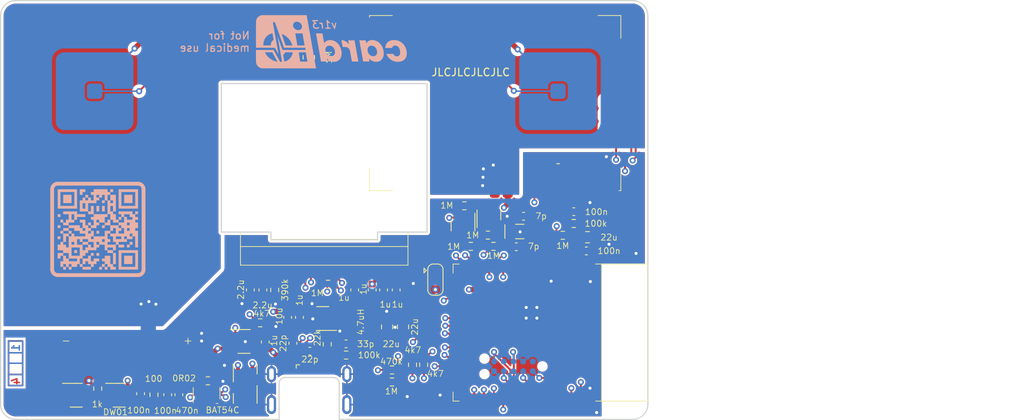
<source format=kicad_pcb>
(kicad_pcb (version 20221018) (generator pcbnew)
  (layers (0 "F.Cu" signal) (1 "In1.Cu" signal) (2 "In2.Cu" signal) (31 "B.Cu" signal) (34 "B.Paste" user) (35 "F.Paste" user) (36 "B.SilkS" user "B.Silkscreen") (37 "F.SilkS" user "F.Silkscreen") (38 "B.Mask" user) (39 "F.Mask" user) (44 "Edge.Cuts" user))
  (net 0 "")
  (net 1 "Net-(M1-ECG_L)")
  (net 2 "Net-(M1-ECG_R)")
  (net 3 "+BATT")
  (net 4 "+5V")
  (net 5 "+3V3")
  (net 6 "Net-(U3-FB)")
  (net 7 "/USB_D-")
  (net 8 "/USB_D+")
  (net 9 "Net-(J2-SWDIO{slash}TMS)")
  (net 10 "Net-(J2-SWDCLK{slash}TCK)")
  (net 11 "Net-(J2-SWO{slash}TDO)")
  (net 12 "Net-(J2-NC{slash}TDI)")
  (net 13 "GND")
  (net 14 "Net-(U1-C2P)")
  (net 15 "Net-(U1-C2N)")
  (net 16 "Net-(U1-C1P)")
  (net 17 "Net-(U1-C1N)")
  (net 19 "Net-(U3-SW)")
  (net 20 "GNDA")
  (net 21 "Net-(M1-~{CS})")
  (net 22 "Net-(M1-MOSI)")
  (net 23 "Net-(M1-SCLK)")
  (net 25 "Net-(U1-IREF)")
  (net 26 "Net-(U1-VCOMH)")
  (net 27 "Net-(U1-VCC)")
  (net 28 "Net-(M1-MISO)")
  (net 29 "Net-(M1-~{DRDY})")
  (net 30 "/ECG_EN")
  (net 31 "/~{TOUCH}")
  (net 32 "/ADC_EN")
  (net 33 "Net-(Q1-G)")
  (net 34 "/CHG_CURRENT")
  (net 35 "/~{DISPLAY_CS}")
  (net 36 "/~{DISPLAY_RES}")
  (net 37 "/DISPLAY_D{slash}~{C}")
  (net 38 "/DISPLAY_SCK")
  (net 39 "/BATT_ADC")
  (net 41 "Net-(JP1-C)")
  (net 42 "/CHG_STAT")
  (net 43 "/VBUS_DETECT")
  (net 45 "Earth")
  (net 46 "Net-(U7-REG)")
  (net 47 "/BATT_SCL")
  (net 48 "/DISPLAY_MOSI")
  (net 49 "/EN")
  (net 50 "Net-(U2-IO15)")
  (net 51 "Net-(U2-IO16)")
  (net 58 "Net-(Q1-D)")
  (net 59 "/ECG_CLK_EN")
  (net 60 "Net-(U5-VM)")
  (net 61 "Net-(U5-OD)")
  (net 62 "Net-(U5-OC)")
  (net 64 "Net-(U6-D-Pad2)")
  (net 65 "Net-(M1-RLD_OUT)")
  (net 66 "Net-(E1-Pad1)")
  (net 67 "Net-(E2-Pad1)")
  (net 68 "/BATT_SDA")
  (net 69 "/BATT_ALERT")
  (net 72 "VDD")
  (net 73 "Net-(BT1--)")
  (net 74 "Net-(U5-VCC)")
  (footprint "Resistor_SMD:R_0603_1608Metric" (layer "F.Cu") (at 114.1 87.3125 180)
    (fp_text reference "R14" hide)
    (fp_text value "4k7")
  )
  (footprint "Package_TO_SOT_SMD:SOT-23-6" (layer "F.Cu") (at 89.935 96.823125)
    (fp_text reference "U6" hide)
    (fp_text value "~" hide)
  )
  (footprint "Capacitor_SMD:C_0805_2012Metric" (layer "F.Cu") (at 157.075 76.075)
    (fp_text reference "C7" hide)
    (fp_text value "22u")
  )
  (footprint "Resistor_SMD:R_0603_1608Metric" (layer "F.Cu") (at 100.14 96.7575 -90)
    (fp_text reference "R6" hide)
    (fp_text value "100")
  )
  (footprint "Capacitor_SMD:C_0603_1608Metric" (layer "F.Cu") (at 103.41 96.76 -90)
    (fp_text reference "C22" hide)
    (fp_text value "470n")
  )
  (footprint "Resistor_SMD:R_0603_1608Metric" (layer "F.Cu") (at 155.275 74.275 180)
    (fp_text reference "R2" hide)
    (fp_text value "100k")
  )
  (footprint "Package_TO_SOT_SMD:SOT-23-5" (layer "F.Cu") (at 122.3125 86.75 180)
    (fp_text reference "U3" hide)
    (fp_text value "TLV62568PDRLT" hide)
  )
  (footprint "Resistor_SMD:R_0603_1608Metric" (layer "F.Cu") (at 122.895 90.1325 -90)
    (fp_text reference "R8" hide)
    (fp_text value "22k")
  )
  (footprint "Resistor_SMD:R_0603_1608Metric" (layer "F.Cu") (at 125.37 91.555)
    (fp_text reference "R7" hide)
    (fp_text value "100k")
  )
  (footprint "Capacitor_SMD:C_0603_1608Metric" (layer "F.Cu") (at 98.385 96.623125 90)
    (fp_text reference "C14" hide)
    (fp_text value "100n")
  )
  (footprint "Capacitor_SMD:C_0603_1608Metric" (layer "F.Cu") (at 101.95 96.76 -90)
    (fp_text reference "C21" hide)
    (fp_text value "100n")
  )
  (footprint "Resistor_SMD:R_0603_1608Metric" (layer "F.Cu") (at 135.56 92.825 -90)
    (fp_text reference "R19" hide)
    (fp_text value "4k7")
  )
  (footprint "Capacitor_SMD:C_0603_1608Metric" (layer "F.Cu") (at 156.925 77.875)
    (fp_text reference "C8" hide)
    (fp_text value "100n")
  )
  (footprint "Capacitor_SMD:C_0603_1608Metric" (layer "F.Cu") (at 130.3 83 -90)
    (fp_text reference "C2" hide)
    (fp_text value "1u")
  )
  (footprint "Capacitor_SMD:C_0603_1608Metric" (layer "F.Cu") (at 125.37 90.08 180)
    (fp_text reference "C17" hide)
    (fp_text value "33p")
  )
  (footprint "Resistor_SMD:R_0603_1608Metric" (layer "F.Cu") (at 144.725 77.275)
    (fp_text reference "R11" hide)
    (fp_text value "1M")
  )
  (footprint "main_board_parts:ESP32-S2-SOLO" (layer "F.Cu") (at 139.425 79.6 -90)
    (fp_text reference "U2" hide)
    (fp_text value "ESP32-S2-SOLO" hide)
  )
  (footprint "Resistor_SMD:R_0603_1608Metric" (layer "F.Cu") (at 120.25 52.45 -90)
    (fp_text reference "R17" hide)
    (fp_text value "1M")
  )
  (footprint "main_board_parts:SSD1306" (layer "F.Cu") (at 122.5 79.35)
    (fp_text reference "U1" hide)
    (fp_text value "SSD1306" hide)
  )
  (footprint "Capacitor_SMD:C_0603_1608Metric" (layer "F.Cu") (at 118.385 89.9945 90)
    (fp_text reference "C10" hide)
    (fp_text value "22p")
  )
  (footprint "Capacitor_SMD:C_0603_1608Metric" (layer "F.Cu") (at 147.725 77.325 180)
    (fp_text reference "C13" hide)
    (fp_text value "7p")
  )
  (footprint "Capacitor_SMD:C_0603_1608Metric" (layer "F.Cu") (at 119.25 86.6 -90)
    (fp_text reference "C15" hide)
    (fp_text value "1u")
  )
  (footprint "Capacitor_SMD:C_0603_1608Metric" (layer "F.Cu") (at 117.7 86.6 -90)
    (fp_text reference "C16" hide)
    (fp_text value "10u")
  )
  (footprint "Capacitor_SMD:C_0603_1608Metric" (layer "F.Cu") (at 131.95 83 -90)
    (fp_text reference "C1" hide)
    (fp_text value "1u")
  )
  (footprint "Resistor_SMD:R_0603_1608Metric" (layer "F.Cu") (at 131.4 93.5)
    (fp_text reference "R5" hide)
    (fp_text value "470k")
  )
  (footprint "main_board_parts:MAX17055" (layer "F.Cu") (at 107.05282 96.806875 90)
    (fp_text reference "U7" hide)
    (fp_text value "MAX17055" hide)
  )
  (footprint "Jumper:SolderJumper-3_P1.3mm_Bridged12_RoundedPad1.0x1.5mm" (layer "F.Cu") (at 137.1 81.65 -90)
    (fp_text reference "JP1" hide)
    (fp_text value "SolderJumper_3_Bridged12" hide)
  )
  (footprint "Capacitor_SMD:C_0603_1608Metric" (layer "F.Cu") (at 128.8 83 90)
    (fp_text reference "C3" hide)
    (fp_text value "1u")
  )
  (footprint "Capacitor_SMD:C_0603_1608Metric" (layer "F.Cu") (at 155.275 72.725)
    (fp_text reference "C9" hide)
    (fp_text value "100n")
  )
  (footprint "main_board_parts:Battery_transplant" (layer "F.Cu") (at 96.8 47.2 180)
    (fp_text reference "BT1" hide)
    (fp_text value "Battery_Cell" hide)
  )
  (footprint "Capacitor_SMD:C_0603_1608Metric" (layer "F.Cu") (at 112.8 83 90)
    (fp_text reference "C6" hide)
    (fp_text value "2.2u")
  )
  (footprint "Package_TO_SOT_SMD:SOT-23-5" (layer "F.Cu") (at 111.975 89.7625)
    (fp_text reference "U4" hide)
    (fp_text value "MCP73832" hide)
  )
  (footprint "Capacitor_SMD:C_0603_1608Metric" (layer "F.Cu") (at 126.5 83 90)
    (fp_text reference "C4" hide)
    (fp_text value "1u")
  )
  (footprint "main_board_parts:USB_Micro-B_Molex-47642-0001" (layer "F.Cu") (at 120.525 93)
    (fp_text reference "J1" hide)
    (fp_text value "USB_B_Micro" hide)
    (fp_line (start -6.05 7) (end -3.95 7) (stroke (width 0.15)) (layer "Edge.Cuts"))
    (fp_line (start -3.95 7) (end -3.95 2.3) (stroke (width 0.15)) (layer "Edge.Cuts"))
    (fp_line (start 3.15 1.5) (end -3.15 1.5) (stroke (width 0.15)) (layer "Edge.Cuts"))
    (fp_line (start 3.95 7) (end 3.95 2.3) (stroke (width 0.15)) (layer "Edge.Cuts"))
    (fp_line (start 5.55 7) (end 3.95 7) (stroke (width 0.15)) (layer "Edge.Cuts"))
    (fp_arc (start -3.95 2.3) (mid -3.715685 1.734315) (end -3.15 1.5) (stroke (width 0.15)) (layer "Edge.Cuts"))
    (fp_arc (start 3.15 1.5) (mid 3.715685 1.734315) (end 3.95 2.3) (stroke (width 0.15)) (layer "Edge.Cuts"))
  )
  (footprint "Resistor_SMD:R_0603_1608Metric" (layer "F.Cu") (at 116 83 -90)
    (fp_text reference "R1" hide)
    (fp_text value "390k")
  )
  (footprint "Resistor_SMD:R_0603_1608Metric" (layer "F.Cu") (at 121.75 52.45 -90)
    (fp_text reference "R16" hide)
    (fp_text value "1M")
  )
  (footprint "Crystal:Crystal_SMD_MicroCrystal_CC7V-T1A-2Pin_3.2x1.5mm" (layer "F.Cu") (at 148.175 75.325)
    (fp_text reference "Y1" hide)
    (fp_text value "SC32S-7PF20PPM" hide)
  )
  (footprint "Resistor_SMD:R_0603_1608Metric" (layer "F.Cu") (at 140.9 71.95)
    (fp_text reference "R13" hide)
    (fp_text value "1M")
  )
  (footprint "Capacitor_SMD:C_0603_1608Metric" (layer "F.Cu") (at 114.45 83 90)
    (fp_text reference "C5" hide)
    (fp_text value "2.2u")
  )
  (footprint "main_board_parts:TYA40124R7M-10" (layer "F.Cu") (at 127.25 87.1 -90)
    (fp_text reference "L1" hide)
    (fp_text value "4.7uH")
  )
  (footprint "Resistor_SMD:R_0603_1608Metric" (layer "F.Cu") (at 134.1 92.83 -90)
    (fp_text reference "R20" hide)
    (fp_text value "4k7")
  )
  (footprint "Capacitor_SMD:C_0603_1608Metric" (layer "F.Cu") (at 120.61 91.0445)
    (fp_text reference "C11" hide)
    (fp_text value "22p")
  )
  (footprint "Package_TO_SOT_SMD:SOT-23" (layer "F.Cu") (at 144.125 73.15 90)
    (fp_text reference "Q2" hide)
    (fp_text value "T2N7002AK,LM" hide)
  )
  (footprint "Package_TO_SOT_SMD:SOT-23" (layer "F.Cu") (at 112.125 93.3875 90)
    (fp_text reference "Q3" hide)
    (fp_text value "NX3008PBK,215" hide)
  )
  (footprint "Capacitor_SMD:C_0603_1608Metric" (layer "F.Cu") (at 114.76 89.8375 90)
    (fp_text reference "C19" hide)
    (fp_text value "1u")
  )
  (footprint "Resistor_SMD:R_0603_1608Metric" (layer "F.Cu") (at 92.76 95.9475 90)
    (fp_text reference "R15" hide)
    (fp_text value "1k")
  )
  (footprint "Resistor_SMD:R_0603_1608Metric" (layer "F.Cu") (at 123 82.25 180)
    (fp_text reference "R4" hide)
    (fp_text value "1M")
  )
  (footprint "Capacitor_SMD:C_0805_2012Metric" (layer "F.Cu") (at 130.76 87.85 -90)
    (fp_text reference "C20" hide)
    (fp_text value "22u")
  )
  (footprint "Resistor_SMD:R_0603_1608Metric" (layer "F.Cu") (at 144 75.8)
    (fp_text reference "R9" hide)
    (fp_text value "1M")
  )
  (footprint "Resistor_SMD:R_0603_1608Metric" (layer "F.Cu") (at 141.75 77.275)
    (fp_text reference "R12" hide)
    (fp_text value "1M")
  )
  (footprint "main_board_parts:ECG-module" (layer "F.Cu") (at 128.7 69.7125)
    (fp_text reference "M1" hide)
    (fp_text value "~" hide)
  )
  (footprint "Resistor_SMD:R_0603_1608Metric" (layer "F.Cu") (at 153.825 75.825 180)
    (fp_text reference "R3" hide)
    (fp_text value "1M")
  )
  (footprint "Resistor_SMD:R_0603_1608Metric" (layer "F.Cu") (at 107.23 94.93 180)
    (fp_text reference "R18" hide)
    (fp_text value "0R02")
  )
  (footprint "Capacitor_SMD:C_0603_1608Metric" (layer "F.Cu") (at 148.675 73.325)
    (fp_text reference "C12" hide)
    (fp_text value "7p")
  )
  (footprint "Capacitor_SMD:C_0805_2012Metric" (layer "F.Cu") (at 132.85 87.85 -90)
    (fp_text reference "C18" hide)
    (fp_text value "22u")
  )
  (footprint "Package_TO_SOT_SMD:SOT-23" (layer "F.Cu") (at 140.725 74.6 -90)
    (fp_text reference "Q1" hide)
    (fp_text value "NX3008PBK,215" hide)
  )
  (footprint "Package_TO_SOT_SMD:SOT-23-6" (layer "F.Cu") (at 95.585 96.823125)
    (fp_text reference "U5" hide)
    (fp_text value "~" hide)
  )
  (footprint "Package_TO_SOT_SMD:SOT-23" (layer "F.Cu") (at 112.125 97.2375 -90)
    (fp_text reference "D1" hide)
    (fp_text value "BAT54C")
  )
  (footprint "Resistor_SMD:R_0603_1608Metric" (layer "F.Cu") (at 131.4 95.09 180)
    (fp_text reference "R10" hide)
    (fp_text value "1M")
  )
  (footprint "main_board_parts:logo" (layer "B.Cu") (at 121.52 51.38 180)
    (fp_text reference "G1" hide)
    (fp_text value "~" hide)
  )
  (footprint "main_board_parts:SplitElectrode" (layer "B.Cu") (at 153.2 56.9 180)
    (fp_text reference "E1" hide)
    (fp_text value "~")
  )
  (footprint "Connector:Tag-Connect_TC2050-IDC-NL_2x05_P1.27mm_Vertical" (layer "B.Cu") (at 147.35 93.035 180)
    (fp_text reference "J2" hide)
    (fp_text value "Conn_ARM_JTAG_SWD_10" hide)
  )
  (footprint "NetTie:NetTie-2_SMD_Pad2.0mm" (layer "B.Cu") (at 99.4 88.4 90)
    (fp_text reference "NT1" hide)
    (fp_text value "NetTie_2" hide)
  )
  (footprint "main_board_parts:SplitElectrode" (layer "B.Cu") (at 92.35 56.9)
    (fp_text reference "E2" hide)
    (fp_text value "~" hide)
  )
  (footprint "main_board_parts:website-qr" (layer "B.Cu") (at 92.775 75.05 180)
    (fp_text reference "QR1" hide)
    (fp_text value "SYM_Magnet_Large" hide)
  )
  (gr_line (start 82.9 91.25) (end 81.05 91.25) (stroke (width 0.2)) (layer "F.Cu"))
  (gr_rect (start 81.05 89.7) (end 82.9 95.55) (stroke (width 0.2)) (fill none) (layer "F.Cu"))
  (gr_line (start 82.9 94.1) (end 81.05 94.1) (stroke (width 0.2)) (layer "F.Cu"))
  (gr_line (start 82.9 92.625) (end 81.05 92.625) (stroke (width 0.2)) (layer "F.Cu"))
  (gr_line (start 82.9 92.625) (end 81.05 92.625) (stroke (width 0.2)) (layer "B.Cu"))
  (gr_line (start 82.9 94.1) (end 81.05 94.1) (stroke (width 0.2)) (layer "B.Cu"))
  (gr_rect (start 81.05 89.7) (end 82.9 95.55) (stroke (width 0.2)) (fill none) (layer "B.Cu"))
  (gr_line (start 82.9 91.25) (end 81.05 91.25) (stroke (width 0.2)) (layer "B.Cu"))
  (gr_arc locked (start 80 47) (mid 80.585786 45.585786) (end 82 45) (stroke (width 0.15)) (layer "Edge.Cuts"))
  (gr_arc locked (start 165 98) (mid 164.414214 99.414214) (end 163 100) (stroke (width 0.15)) (layer "Edge.Cuts"))
  (gr_line locked (start 129.5 75.4) (end 136 75.4) (stroke (width 0.15)) (layer "Edge.Cuts"))
  (gr_line locked (start 126.075 100) (end 163 100) (stroke (width 0.15)) (layer "Edge.Cuts"))
  (gr_line locked (start 82 45) (end 163 45) (stroke (width 0.15)) (layer "Edge.Cuts"))
  (gr_line locked (start 82 100) (end 114.475 100) (stroke (width 0.15)) (layer "Edge.Cuts"))
  (gr_line locked (start 80 98) (end 80 47) (stroke (width 0.15)) (layer "Edge.Cuts"))
  (gr_line locked (start 136 55.9) (end 136 75.4) (stroke (width 0.15)) (layer "Edge.Cuts"))
  (gr_arc locked (start 163 45) (mid 164.414214 45.585786) (end 165 47) (stroke (width 0.15)) (layer "Edge.Cuts"))
  (gr_line locked (start 115.5 75.4) (end 115.5 76.4) (stroke (width 0.15)) (layer "Edge.Cuts"))
  (gr_line locked (start 115.5 75.4) (end 109 75.4) (stroke (width 0.15)) (layer "Edge.Cuts"))
  (gr_line locked (start 109 55.9) (end 109 75.4) (stroke (width 0.15)) (layer "Edge.Cuts"))
  (gr_line locked (start 109 55.9) (end 136 55.9) (stroke (width 0.15)) (layer "Edge.Cuts"))
  (gr_line locked (start 129.5 76.4) (end 129.5 75.4) (stroke (width 0.15)) (layer "Edge.Cuts"))
  (gr_arc locked (start 82 100) (mid 80.585786 99.414214) (end 80 98) (stroke (width 0.15)) (layer "Edge.Cuts"))
  (gr_line locked (start 165 47) (end 165 98) (stroke (width 0.15)) (layer "Edge.Cuts"))
  (gr_line locked (start 115.5 76.4) (end 129.5 76.4) (stroke (width 0.15)) (layer "Edge.Cuts"))
  (gr_text "4" (at 82.6 94.35 90) (layer "F.Cu") (effects (font (size 1 1) (thickness 0.2) bold) (justify left bottom mirror)))
  (gr_text "1" (at 82.6 90 90) (layer "B.Cu") (effects (font (size 1 1) (thickness 0.2) bold) (justify left bottom mirror)))
  (gr_text "Not for\nmedical use" (at 112.82 51.79) (layer "B.SilkS") (effects (font (size 1 1)) (justify left bottom mirror)))
  (gr_text "v1r3" (at 124.33 48.76) (layer "B.SilkS") (effects (font (size 1 1) (thickness 0.15) italic) (justify left bottom mirror)))
  (gr_text "JLCJLCJLCJLC" (at 136.5 55) (layer "F.SilkS") (effects (font (size 1 1)) (justify left bottom)))
  (gr_text "DW01" (at 93.4 99.5) (layer "F.SilkS") (effects (font (size 0.8 0.8) (thickness 0.1)) (justify left bottom)))
  (segment (start 128.9 48.2125) (end 144.7125 48.2125) (width 0.7) (layer "F.Cu") (net 1))
  (segment (start 144.7125 48.2125) (end 147.9 51.4) (width 0.7) (layer "F.Cu") (net 1))
  (via (at 147.9 51.4) (size 0.8) (drill 0.4) (layers "F.Cu" "B.Cu") (net 1))
  (segment (start 147.9 51.4) (end 149.8 53.3) (width 0.25) (layer "B.Cu") (net 1))
  (segment (start 98.9875 49.9125) (end 128.9 49.9125) (width 0.7) (layer "F.Cu") (net 2))
  (segment (start 98.9875 49.9125) (end 97.6 51.3) (width 0.7) (layer "F.Cu") (net 2))
  (via (at 97.6 51.3) (size 0.8) (drill 0.4) (layers "F.Cu" "B.Cu") (net 2))
  (segment (start 97.6 51.3) (end 95.6 53.3) (width 0.25) (layer "B.Cu") (net 2))
  (segment (start 100.2 95.845) (end 101.8975 95.845) (width 0.5) (layer "F.Cu") (net 3))
  (segment (start 138.9575 73.4925) (end 139.795 73.4925) (width 0.25) (layer "F.Cu") (net 3))
  (segment (start 146.6 71.7) (end 146.6 69.1625) (width 0.7) (layer "F.Cu") (net 3))
  (segment (start 104.185 97.378006) (end 104.613369 97.806375) (width 0.2) (layer "F.Cu") (net 3))
  (segment (start 108.5 90.7) (end 110.8125 90.7) (width 0.5) (layer "F.Cu") (net 3))
  (segment (start 112.15 95.025) (end 113.075 95.95) (width 0.5) (layer "F.Cu") (net 3))
  (segment (start 101.97 95.8975) (end 102.8575 96.785) (width 0.2) (layer "F.Cu") (net 3))
  (segment (start 104.613369 97.806375) (end 105.303625 97.806375) (width 0.2) (layer "F.Cu") (net 3))
  (segment (start 102.8575 96.785) (end 103.87014 96.785) (width 0.2) (layer "F.Cu") (net 3))
  (segment (start 139.795 71.86) (end 139.795 73.4925) (width 0.25) (layer "F.Cu") (net 3))
  (segment (start 108.5 90.7) (end 107.4875 91.7125) (width 0.7) (layer "F.Cu") (net 3))
  (segment (start 104.185 97.09986) (end 104.185 97.378006) (width 0.2) (layer "F.Cu") (net 3))
  (segment (start 105.503125 97.606875) (end 105.82782 97.606875) (width 0.2) (layer "F.Cu") (net 3))
  (segment (start 146.1 72.2) (end 146.6 71.7) (width 0.7) (layer "F.Cu") (net 3))
  (segment (start 103.87014 96.785) (end 104.185 97.09986) (width 0.2) (layer "F.Cu") (net 3))
  (segment (start 138.925 73.525) (end 138.9575 73.4925) (width 0.25) (layer "F.Cu") (net 3))
  (segment (start 129.15 79.35) (end 129.15 81.875) (width 0.4) (layer "F.Cu") (net 3))
  (segment (start 129.15 81.875) (end 128.8 82.225) (width 0.4) (layer "F.Cu") (net 3))
  (segment (start 101.97 95.3675) (end 101.97 92.994432) (width 0.5) (layer "F.Cu") (net 3))
  (segment (start 112.15 91.925) (end 112.15 95.025) (width 0.5) (layer "F.Cu") (net 3))
  (segment (start 105.303625 97.806375) (end 105.503125 97.606875) (width 0.2) (layer "F.Cu") (net 3))
  (segment (start 110.9375 90.7125) (end 112.15 91.925) (width 0.5) (layer "F.Cu") (net 3))
  (via (at 146.1 72.2) (size 0.8) (drill 0.4) (layers "F.Cu" "B.Cu") (net 3))
  (via (at 138.925 73.525) (size 0.8) (drill 0.4) (layers "F.Cu" "B.Cu") (net 3))
  (via (at 108.5 90.7) (size 0.8) (drill 0.4) (layers "F.Cu" "B.Cu") (net 3))
  (via (at 128.8 82.225) (size 0.8) (drill 0.4) (layers "F.Cu" "B.Cu") (net 3))
  (segment (start 111.175 92.875) (end 111.175 94.35) (width 0.5) (layer "F.Cu") (net 4))
  (segment (start 111.175 94.35) (end 111.175 96.375) (width 0.5) (layer "F.Cu") (net 4))
  (segment (start 129.552465 93.547535) (end 129.6 93.5) (width 0.25) (layer "F.Cu") (net 4))
  (segment (start 118 91.8) (end 119.1 92.9) (width 0.7) (layer "F.Cu") (net 4))
  (segment (start 111.17 92.87) (end 111.175 92.875) (width 0.5) (layer "F.Cu") (net 4))
  (segment (start 115.8 91.2005) (end 116.3995 91.8) (width 0.7) (layer "F.Cu") (net 4))
  (segment (start 116.3995 91.8) (end 118 91.8) (width 0.7) (layer "F.Cu") (net 4))
  (segment (start 115.2995 90.7) (end 115.175 90.7) (width 0.7) (layer "F.Cu") (net 4))
  (segment (start 115.8 91.2005) (end 115.2995 90.7) (width 0.7) (layer "F.Cu") (net 4))
  (segment (start 119.1 92.9) (end 119.1 93.55) (width 0.7) (layer "F.Cu") (net 4))
  (segment (start 113.2 90.7) (end 114.85 90.7) (width 0.5) (layer "F.Cu") (net 4))
  (segment (start 129.6 93.5) (end 130.575 93.5) (width 0.25) (layer "F.Cu") (net 4))
  (via (at 115.8 91.2005) (size 0.8) (drill 0.4) (layers "F.Cu" "B.Cu") (net 4))
  (via (at 129.552465 93.547535) (size 0.8) (drill 0.4) (layers "F.Cu" "B.Cu") (net 4))
  (via (at 111.17 92.87) (size 0.8) (drill 0.4) (layers "F.Cu" "B.Cu") (net 4))
  (segment (start 156.165 80.35) (end 156.125 80.31) (width 0.7) (layer "F.Cu") (net 5))
  (segment (start 154.141016 82.95) (end 141.5 82.95) (width 0.7) (layer "F.Cu") (net 5))
  (segment (start 127.05 79.35) (end 127.05 81.775) (width 0.25) (layer "F.Cu") (net 5))
  (segment (start 151.7 94.55) (end 150.75 94.55) (width 0.25) (layer "F.Cu") (net 5))
  (segment (start 127.425 83.05) (end 127.425 84.725) (width 0.5) (layer "F.Cu") (net 5))
  (segment (start 160.2 71.25) (end 157.175 74.275) (width 0.7) (layer "F.Cu") (net 5))
  (segment (start 126.2325 91.545) (end 126.2325 90.08) (width 0.25) (layer "F.Cu") (net 5))
  (segment (start 156.165 80.926016) (end 156.165 80.35) (width 0.7) (layer "F.Cu") (net 5))
  (segment (start 127.425 84.725) (end 128.7 86) (width 0.5) (layer "F.Cu") (net 5))
  (segment (start 160.2 69.1125) (end 160.2 71.25) (width 0.7) (layer "F.Cu") (net 5))
  (segment (start 127.05 81.775) (end 126.6 82.225) (width 0.25) (layer "F.Cu") (net 5))
  (segment (start 137.1 82.95) (end 133.15 86.9) (width 0.7) (layer "F.Cu") (net 5))
  (segment (start 154.65 75.825) (end 155.875 75.825) (width 0.25) (layer "F.Cu") (net 5))
  (segment (start 154.141016 82.95) (end 154.141016 92.108984) (width 0.25) (layer "F.Cu") (net 5))
  (segment (start 154.141016 82.95) (end 156.165 80.926016) (width 0.7) (layer "F.Cu") (net 5))
  (segment (start 154.141016 92.108984) (end 151.7 94.55) (width 0.25) (layer "F.Cu") (net 5))
  (segment (start 157.175 74.275) (end 156.1 74.275) (width 0.7) (layer "F.Cu") (net 5))
  (segment (start 126.2325 90.08) (end 127.02 90.08) (width 0.25) (layer "F.Cu") (net 5))
  (segment (start 156.125 80.31) (end 156.125 74.7) (width 0.7) (layer "F.Cu") (net 5))
  (segment (start 127.02 90.08) (end 128.7 88.4) (width 0.25) (layer "F.Cu") (net 5))
  (segment (start 126.6 82.225) (end 127.425 83.05) (width 0.5) (layer "F.Cu") (net 5))
  (segment (start 132.85 86.9) (end 130.7 86.9) (width 0.7) (layer "F.Cu") (net 5))
  (via (at 150.75 94.55) (size 0.8) (drill 0.4) (layers "F.Cu" "B.Cu") (net 5))
  (via (at 141.5 82.95) (size 0.8) (drill 0.4) (layers "F.Cu" "B.Cu") (net 5))
  (via (at 137.1 82.95) (size 0.8) (drill 0.4) (layers "F.Cu" "B.Cu") (net 5))
  (segment (start 150.75 94.53) (end 149.89 93.67) (width 0.25) (layer "B.Cu") (net 5))
  (segment (start 150.75 94.55) (end 150.75 94.53) (width 0.25) (layer "B.Cu") (net 5))
  (segment (start 121.175 88.125) (end 122.2375 89.1875) (width 0.25) (layer "F.Cu") (net 6))
  (segment (start 121.175 87.7) (end 121.175 88.125) (width 0.25) (layer "F.Cu") (net 6))
  (segment (start 123.82 90.08) (end 124.5075 90.08) (width 0.25) (layer "F.Cu") (net 6))
  (segment (start 122.9275 89.1875) (end 123.82 90.08) (width 0.25) (layer "F.Cu") (net 6))
  (segment (start 122.2375 89.1875) (end 122.9275 89.1875) (width 0.25) (layer "F.Cu") (net 6))
  (segment (start 124.5 90.0875) (end 124.5 91.4525) (width 0.25) (layer "F.Cu") (net 6))
  (segment (start 119.655497 89.499003) (end 118.385 90.7695) (width 0.25) (layer "F.Cu") (net 7))
  (segment (start 141.141151 78.45) (end 142.195 79.503849) (width 0.25) (layer "F.Cu") (net 7))
  (segment (start 119.875 93.55) (end 119.875 92.525) (width 0.2) (layer "F.Cu") (net 7))
  (segment (start 141 78.45) (end 141.141151 78.45) (width 0.25) (layer "F.Cu") (net 7))
  (segment (start 119.655497 89.3255) (end 119.655497 89.499003) (width 0.25) (layer "F.Cu") (net 7))
  (segment (start 119.875 92.525) (end 118.385 91.035) (width 0.2) (layer "F.Cu") (net 7))
  (via (at 141 78.45) (size 0.8) (drill 0.4) (layers "F.Cu" "B.Cu") (net 7))
  (via (at 119.655497 89.3255) (size 0.8) (drill 0.4) (layers "F.Cu" "B.Cu") (net 7))
  (segment (start 119.835 91.0445) (end 119.835 91.915) (width 0.2) (layer "F.Cu") (net 8))
  (segment (start 120.525 92.605) (end 120.525 93.55) (width 0.2) (layer "F.Cu") (net 8))
  (segment (start 119.835 91.915) (end 120.525 92.605) (width 0.2) (layer "F.Cu") (net 8))
  (segment (start 139.8 78.5) (end 140.925 79.625) (width 0.25) (layer "F.Cu") (net 8))
  (segment (start 139.8 78.475) (end 139.8 78.5) (width 0.25) (layer "F.Cu") (net 8))
  (segment (start 120.655 89.3255) (end 119.835 90.1455) (width 0.2) (layer "F.Cu") (net 8))
  (segment (start 119.835 90.1455) (end 119.835 91.0445) (width 0.2) (layer "F.Cu") (net 8))
  (via (at 120.655 89.3255) (size 0.8) (drill 0.4) (layers "F.Cu" "B.Cu") (net 8))
  (via (at 139.8 78.475) (size 0.8) (drill 0.4) (layers "F.Cu" "B.Cu") (net 8))
  (segment (start 148.625 94.55) (end 151.05 96.975) (width 0.25) (layer "F.Cu") (net 9))
  (via (at 148.625 94.55) (size 0.8) (drill 0.4) (layers "F.Cu" "B.Cu") (net 9))
  (segment (start 148.625 94.55) (end 148.62 94.545) (width 0.25) (layer "B.Cu") (net 9))
  (segment (start 148.62 94.545) (end 148.62 93.67) (width 0.25) (layer "B.Cu") (net 9))
  (segment (start 146.08 94.575) (end 147.275 95.77) (width 0.25) (layer "F.Cu") (net 10))
  (segment (start 147.275 95.77) (end 147.275 97.35) (width 0.25) (layer "F.Cu") (net 10))
  (via (at 146.08 94.575) (size 0.8) (drill 0.4) (layers "F.Cu" "B.Cu") (net 10))
  (segment (start 146.08 94.575) (end 146.08 93.67) (width 0.25) (layer "B.Cu") (net 10))
  (segment (start 146.95 93.5) (end 146.95 94.75) (width 0.25) (layer "F.Cu") (net 11))
  (segment (start 146.95 94.75) (end 148.545 96.345) (width 0.25) (layer "F.Cu") (net 11))
  (segment (start 144.8 91.35) (end 146.95 93.5) (width 0.25) (layer "F.Cu") (net 11))
  (segment (start 148.545 96.345) (end 148.545 97.35) (width 0.25) (layer "F.Cu") (net 11))
  (segment (start 144.8 91.15) (end 144.8 91.35) (width 0.25) (layer "F.Cu") (net 11))
  (via (at 144.8 91.15) (size 0.8) (drill 0.4) (layers "F.Cu" "B.Cu") (net 11))
  (segment (start 144.8 91.15) (end 144.81 91.16) (width 0.25) (layer "B.Cu") (net 11))
  (segment (start 144.81 91.16) (end 144.81 92.4) (width 0.25) (layer "B.Cu") (net 11))
  (segment (start 147.4 94.563604) (end 149.815 96.978604) (width 0.25) (layer "F.Cu") (net 12))
  (segment (start 147.3 91.15) (end 147.4 91.25) (width 0.25) (layer "F.Cu") (net 12))
  (segment (start 147.4 91.25) (end 147.4 94.563604) (width 0.25) (layer "F.Cu") (net 12))
  (via (at 147.3 91.15) (size 0.8) (drill 0.4) (layers "F.Cu" "B.Cu") (net 12))
  (segment (start 147.3 91.15) (end 147.35 91.2) (width 0.25) (layer "B.Cu") (net 12))
  (segment (start 147.35 91.2) (end 147.35 92.4) (width 0.25) (layer "B.Cu") (net 12))
  (segment (start 121.7 84.8) (end 122.3375 85.4375) (width 0.5) (layer "F.Cu") (net 13))
  (segment (start 121.075 91.05) (end 122.525 91.05) (width 0.2) (layer "F.Cu") (net 13))
  (segment (start 122.3375 85.4375) (end 122.3375 86.202031) (width 0.5) (layer "F.Cu") (net 13))
  (segment (start 108.055 95.984055) (end 108.07782 96.006875) (width 0.2) (layer "F.Cu") (net 13))
  (segment (start 145 75.8) (end 145 74.1625) (width 0.2) (layer "F.Cu") (net 13))
  (segment (start 122.885469 86.75) (end 123.45 86.75) (width 0.5) (layer "F.Cu") (net 13))
  (segment (start 124.6 87.2) (end 124.15 86.75) (width 0.5) (layer "F.Cu") (net 13))
  (segment (start 122.3375 86.202031) (end 122.885469 86.75) (width 0.5) (layer "F.Cu") (net 13))
  (segment (start 124.15 86.75) (end 123.45 86.75) (width 0.5) (layer "F.Cu") (net 13))
  (segment (start 124.6 88.350498) (end 124.6 87.2) (width 0.5) (layer "F.Cu") (net 13))
  (segment (start 108.055 95.084055) (end 108.055 95.984055) (width 0.2) (layer "F.Cu") (net 13))
  (segment (start 124.550498 88.4) (end 124.6 88.350498) (width 0.5) (layer "F.Cu") (net 13))
  (segment (start 120.9 84.8) (end 121.7 84.8) (width 0.5) (layer "F.Cu") (net 13))
  (via (at 112.1375 89.7875) (size 0.8) (drill 0.4) (layers "F.Cu" "B.Cu") (net 13))
  (via (at 134.2 82.15) (size 0.8) (drill 0.4) (layers "F.Cu" "B.Cu") (net 13))
  (via (at 159.55 65.5) (size 0.8) (drill 0.4) (layers "F.Cu" "B.Cu") (net 13))
  (via (at 149.025 85.3) (size 0.8) (drill 0.4) (layers "F.Cu" "B.Cu") (net 13))
  (via (at 159.9 77) (size 0.8) (drill 0.4) (layers "F.Cu" "B.Cu") (net 13))
  (via (at 124.550498 88.4) (size 0.8) (drill 0.4) (layers "F.Cu" "B.Cu") (net 13))
  (via (at 121 86.7995) (size 0.8) (drill 0.4) (layers "F.Cu" "B.Cu") (net 13))
  (via (at 116.15 87.8) (size 0.8) (drill 0.4) (layers "F.Cu" "B.Cu") (net 13))
  (via (at 146.525 73.325) (size 0.8) (drill 0.4) (layers "F.Cu" "B.Cu") (net 13))
  (via (at 150.425 85.3) (size 0.8) (drill 0.4) (layers "F.Cu" "B.Cu") (net 13))
  (via (at 106.4 89.7) (size 0.8) (drill 0.4) (layers "F.Cu" "B.Cu") (net 13))
  (via (at 109.4 92.9) (size 0.8) (drill 0.4) (layers "F.Cu" "B.Cu") (net 13))
  (via (at 157.45 81.9) (size 0.8) (drill 0.4) (layers "F.Cu" "B.Cu") (net 13))
  (via (at 111.7 84.8) (size 0.8) (drill 0.4) (layers "F.Cu" "B.Cu") (net 13))
  (via (at 120.9 84.8) (size 0.8) (drill 0.4) (layers "F.Cu" "B.Cu") (net 13))
  (via (at 157.4 71.525) (size 0.8) (drill 0.4) (layers "F.Cu" "B.Cu") (net 13))
  (via (at 149.025 86.7) (size 0.8) (drill 0.4) (layers "F.Cu" "B.Cu") (net 13))
  (via (at 106.4 88.7) (size 0.8) (drill 0.4) (layers "F.Cu" "B.Cu") (net 13))
  (via (at 150.425 86.7) (size 0.8) (drill 0.4) (layers "F.Cu" "B.Cu") (net 13))
  (via (at 131.8 87.9) (size 0.8) (drill 0.4) (layers "F.Cu" "B.Cu") (net 13))
  (via (at 158.275 99.1) (size 0.8) (drill 0.4) (layers "F.Cu" "B.Cu") (net 13))
  (via (at 137.72 96.81) (size 0.8) (drill 0.4) (layers "F.Cu" "B.Cu") (net 13))
  (via (at 152.3 81.85) (size 0.8) (drill 0.4) (layers "F.Cu" "B.Cu") (net 13))
  (via (at 109.2 95) (size 0.8) (drill 0.4) (layers "F.Cu" "B.Cu") (net 13))
  (via (at 133.4 97) (size 0.8) (drill 0.4) (layers "F.Cu" "B.Cu") (net 13))
  (via (at 148.225 75.375) (size 0.8) (drill 0.4) (layers "F.Cu" "B.Cu") (net 13))
  (via (at 116.1 84.8505) (size 0.8) (drill 0.4) (layers "F.Cu" "B.Cu") (net 13))
  (via (at 130.7 85.8005) (size 0.8) (drill 0.4) (layers "F.Cu" "B.Cu") (net 13))
  (via (at 157.4 95.9) (size 0.8) (drill 0.4) (layers "F.Cu" "B.Cu") (net 13))
  (via (at 163.45 78.2) (size 0.8) (drill 0.4) (layers "F.Cu" "B.Cu") (net 13))
  (segment (start 132.427817 81.45) (end 132.75 81.772183) (width 0.25) (layer "F.Cu") (net 14))
  (segment (start 131.95 81.075) (end 132.325 81.45) (width 0.25) (layer "F.Cu") (net 14))
  (segment (start 132.325 81.45) (end 132.427817 81.45) (width 0.25) (layer "F.Cu") (net 14))
  (segment (start 132.75 82.825) (end 131.8 83.775) (width 0.25) (layer "F.Cu") (net 14))
  (segment (start 131.95 79.35) (end 131.95 81.075) (width 0.25) (layer "F.Cu") (net 14))
  (segment (start 132.75 81.772183) (end 132.75 82.825) (width 0.25) (layer "F.Cu") (net 14))
  (segment (start 131.25 79.35) (end 131.25 81.1) (width 0.25) (layer "F.Cu") (net 15))
  (segment (start 131.8 81.65) (end 131.8 82.225) (width 0.25) (layer "F.Cu") (net 15))
  (segment (start 131.25 81.1) (end 131.8 81.65) (width 0.25) (layer "F.Cu") (net 15))
  (segment (start 131.1 81.65) (end 130.55 81.1) (width 0.25) (layer "F.Cu") (net 16))
  (segment (start 130.3 83.775) (end 131.1 82.975) (width 0.25) (layer "F.Cu") (net 16))
  (segment (start 131.1 82.975) (end 131.1 81.65) (width 0.25) (layer "F.Cu") (net 16))
  (segment (start 130.55 81.1) (end 130.55 79.35) (width 0.25) (layer "F.Cu") (net 16))
  (segment (start 129.85 79.35) (end 129.85 81.925) (width 0.25) (layer "F.Cu") (net 17))
  (segment (start 129.85 81.925) (end 130.15 82.225) (width 0.25) (layer "F.Cu") (net 17))
  (via (at 99.475 84.525) (size 0.8) (drill 0.4) (layers "F.Cu" "B.Cu") (net 20))
  (via (at 100.4 84.875) (size 0.8) (drill 0.4) (layers "F.Cu" "B.Cu") (net 20))
  (via (at 98.45 84.85) (size 0.8) (drill 0.4) (layers "F.Cu" "B.Cu") (net 20))
  (via (at 143.4 67.1) (size 0.8) (drill 0.4) (layers "F.Cu" "B.Cu") (net 20))
  (via (at 143.35 68.2) (size 0.8) (drill 0.4) (layers "F.Cu" "B.Cu") (net 20))
  (via (at 143.3 69.3) (size 0.8) (drill 0.4) (layers "F.Cu" "B.Cu") (net 20))
  (via (at 144.7 66.6) (size 0.8) (drill 0.4) (layers "F.Cu" "B.Cu") (net 20))
  (segment (start 153 74.65) (end 153 75.825) (width 0.25) (layer "F.Cu") (net 21))
  (segment (start 144.735 79.627538) (end 145.887538 78.475) (width 0.2) (layer "F.Cu") (net 21))
  (segment (start 146.075 78.475) (end 145.902183 78.475) (width 0.25) (layer "F.Cu") (net 21))
  (segment (start 145.887538 78.475) (end 146.075 78.475) (width 0.2) (layer "F.Cu") (net 21))
  (segment (start 150.1 71.5) (end 150.1 69.2125) (width 0.25) (layer "F.Cu") (net 21))
  (segment (start 153.025 74.625) (end 153 74.65) (width 0.25) (layer "F.Cu") (net 21))
  (via (at 150.1 71.5) (size 0.8) (drill 0.4) (layers "F.Cu" "B.Cu") (net 21))
  (via (at 153.025 74.625) (size 0.8) (drill 0.4) (layers "F.Cu" "B.Cu") (net 21))
  (via (at 146.075 78.475) (size 0.8) (drill 0.4) (layers "F.Cu" "B.Cu") (net 21))
  (segment (start 150.575 77.225) (end 150.575 72.725) (width 0.25) (layer "F.Cu") (net 22))
  (segment (start 150.575 72.725) (end 151.675 71.625) (width 0.25) (layer "F.Cu") (net 22))
  (segment (start 151.675 71.625) (end 151.675 69.1375) (width 0.25) (layer "F.Cu") (net 22))
  (segment (start 149.815 80.35) (end 149.815 77.985) (width 0.25) (layer "F.Cu") (net 22))
  (segment (start 149.815 77.985) (end 150.575 77.225) (width 0.25) (layer "F.Cu") (net 22))
  (segment (start 151.085 73.44) (end 153.4 71.125) (width 0.25) (layer "F.Cu") (net 23))
  (segment (start 151.085 80.35) (end 151.085 73.44) (width 0.25) (layer "F.Cu") (net 23))
  (segment (start 153.4 71.125) (end 153.4 69.1125) (width 0.25) (layer "F.Cu") (net 23))
  (segment (start 115.15 81.325) (end 116 82.175) (width 0.25) (layer "F.Cu") (net 25))
  (segment (start 115.15 79.35) (end 115.15 81.325) (width 0.25) (layer "F.Cu") (net 25))
  (segment (start 114.45 79.35) (end 114.45 82.225) (width 0.25) (layer "F.Cu") (net 26))
  (segment (start 113.75 81.275) (end 112.8 82.225) (width 0.25) (layer "F.Cu") (net 27))
  (segment (start 113.75 79.35) (end 113.75 81.275) (width 0.25) (layer "F.Cu") (net 27))
  (segment (start 152.355 77.705) (end 151.775 77.125) (width 0.25) (layer "F.Cu") (net 28))
  (segment (start 151.775 77.125) (end 151.775 73.560787) (width 0.25) (layer "F.Cu") (net 28))
  (segment (start 151.775 73.560787) (end 155.1 70.235787) (width 0.25) (layer "F.Cu") (net 28))
  (segment (start 152.355 80.35) (end 152.355 77.705) (width 0.25) (layer "F.Cu") (net 28))
  (segment (start 155.6 71.5) (end 154.472183 71.5) (width 0.25) (layer "F.Cu") (net 29))
  (segment (start 155.6 71.5) (end 156.8 70.3) (width 0.25) (layer "F.Cu") (net 29))
  (segment (start 152.275 76.717462) (end 153.625 78.067462) (width 0.25) (layer "F.Cu") (net 29))
  (segment (start 152.275 73.697183) (end 152.275 76.717462) (width 0.25) (layer "F.Cu") (net 29))
  (segment (start 153.625 80.35) (end 153.625 78.067462) (width 0.25) (layer "F.Cu") (net 29))
  (segment (start 154.472183 71.5) (end 152.275 73.697183) (width 0.25) (layer "F.Cu") (net 29))
  (segment (start 162 65.8) (end 162 67.4) (width 0.25) (layer "F.Cu") (net 30))
  (segment (start 154.95 95.9) (end 154.95 97.795) (width 0.25) (layer "F.Cu") (net 30))
  (segment (start 162.825 60.825) (end 162.825 64.975) (width 0.25) (layer "F.Cu") (net 30))
  (segment (start 162.825 64.975) (end 162 65.8) (width 0.25) (layer "F.Cu") (net 30))
  (segment (start 162.0125 60.0125) (end 162.825 60.825) (width 0.25) (layer "F.Cu") (net 30))
  (via (at 162 67.4) (size 0.8) (drill 0.4) (layers "F.Cu" "B.Cu") (net 30))
  (via (at 154.95 95.9) (size 0.8) (drill 0.4) (layers "F.Cu" "B.Cu") (net 30))
  (segment (start 162.7125 58.3125) (end 160.7 58.3125) (width 0.25) (layer "F.Cu") (net 31))
  (segment (start 163.4 65.6) (end 163.4 59) (width 0.25) (layer "F.Cu") (net 31))
  (segment (start 156.2 95.1) (end 156.2 97.815) (width 0.25) (layer "F.Cu") (net 31))
  (segment (start 163.4 59) (end 162.7125 58.3125) (width 0.25) (layer "F.Cu") (net 31))
  (segment (start 163 66) (end 163.4 65.6) (width 0.25) (layer "F.Cu") (net 31))
  (via (at 156.2 95.1) (size 0.8) (drill 0.4) (layers "F.Cu" "B.Cu") (net 31))
  (via (at 163 66) (size 0.8) (drill 0.4) (layers "F.Cu" "B.Cu") (net 31))
  (segment (start 141.85 77.977183) (end 143.465 79.592183) (width 0.25) (layer "F.Cu") (net 32))
  (segment (start 144.2 80.842817) (end 143.465 80.107817) (width 0.25) (layer "F.Cu") (net 32))
  (segment (start 141.85 76.4) (end 141.85 77.977183) (width 0.25) (layer "F.Cu") (net 32))
  (segment (start 136.622701 91.077299) (end 135.7 92) (width 0.25) (layer "F.Cu") (net 32))
  (segment (start 143.1 74.0125) (end 143.1 75.7) (width 0.25) (layer "F.Cu") (net 32))
  (segment (start 136.722701 91.077299) (end 136.622701 91.077299) (width 0.25) (layer "F.Cu") (net 32))
  (segment (start 144.2 81.3) (end 144.2 80.842817) (width 0.25) (layer "F.Cu") (net 32))
  (segment (start 142.45 75.8) (end 141.85 76.4) (width 0.25) (layer "F.Cu") (net 32))
  (segment (start 143.2 75.8) (end 142.45 75.8) (width 0.25) (layer "F.Cu") (net 32))
  (segment (start 135.56 92) (end 134.105 92) (width 0.25) (layer "F.Cu") (net 32))
  (via (at 136.722701 91.077299) (size 0.8) (drill 0.4) (layers "F.Cu" "B.Cu") (net 32))
  (via (at 144.2 81.3) (size 0.8) (drill 0.4) (layers "F.Cu" "B.Cu") (net 32))
  (segment (start 143.8475 71.86) (end 141.65 71.86) (width 0.25) (layer "F.Cu") (net 33))
  (segment (start 144.05 72.0625) (end 143.8475 71.86) (width 0.25) (layer "F.Cu") (net 33))
  (segment (start 141.6 71.91) (end 141.6 73.5875) (width 0.25) (layer "F.Cu") (net 33))
  (segment (start 112.7 86.2) (end 113.1875 86.6875) (width 0.25) (layer "F.Cu") (net 34))
  (segment (start 113.1 87.4) (end 113.1 88.8125) (width 0.25) (layer "F.Cu") (net 34))
  (segment (start 138.065 85.425) (end 139.675 85.425) (width 0.25) (layer "F.Cu") (net 34))
  (segment (start 134.15 89.85) (end 136.73 87.27) (width 0.25) (layer "F.Cu") (net 34))
  (segment (start 113.1875 86.6875) (end 113.1875 87.3125) (width 0.25) (layer "F.Cu") (net 34))
  (segment (start 136.73 86.76) (end 138.065 85.425) (width 0.25) (layer "F.Cu") (net 34))
  (segment (start 136.73 87.27) (end 136.73 86.76) (width 0.25) (layer "F.Cu") (net 34))
  (via (at 112.7 86.2) (size 0.8) (drill 0.4) (layers "F.Cu" "B.Cu") (net 34))
  (via (at 134.15 89.85) (size 0.8) (drill 0.4) (layers "F.Cu" "B.Cu") (net 34))
  (segment (start 124.833372 82.04091) (end 124.25 81.457538) (width 0.25) (layer "F.Cu") (net 35))
  (segment (start 124.25 81.457538) (end 124.25 79.35) (width 0.25) (layer "F.Cu") (net 35))
  (segment (start 124.833372 82.073469) (end 124.833372 82.04091) (width 0.25) (layer "F.Cu") (net 35))
  (segment (start 138.4 86.7) (end 139.67 86.7) (width 0.25) (layer "F.Cu") (net 35))
  (via (at 138.4 86.7) (size 0.8) (drill 0.4) (layers "F.Cu" "B.Cu") (net 35))
  (via (at 124.833372 82.073469) (size 0.8) (drill 0.4) (layers "F.Cu" "B.Cu") (net 35))
  (segment (start 123.55 81.975) (end 123.825 82.25) (width 0.25) (layer "F.Cu") (net 36))
  (segment (start 138.4 87.699503) (end 139.151686 87.699503) (width 0.25) (layer "F.Cu") (net 36))
  (segment (start 124.637299 83.062299) (end 123.825 82.25) (width 0.25) (layer "F.Cu") (net 36))
  (segment (start 123.55 79.35) (end 123.55 81.975) (width 0.25) (layer "F.Cu") (net 36))
  (segment (start 124.687701 83.062299) (end 124.637299 83.062299) (width 0.25) (layer "F.Cu") (net 36))
  (via (at 138.4 87.699503) (size 0.8) (drill 0.4) (layers "F.Cu" "B.Cu") (net 36))
  (via (at 124.687701 83.062299) (size 0.8) (drill 0.4) (layers "F.Cu" "B.Cu") (net 36))
  (segment (start 138.349713 88.69774) (end 138.79774 88.69774) (width 0.25) (layer "F.Cu") (net 37))
  (segment (start 138.79774 88.69774) (end 139.335 89.235) (width 0.25) (layer "F.Cu") (net 37))
  (segment (start 122.9 83.2) (end 122.9 79.4) (width 0.25) (layer "F.Cu") (net 37))
  (via (at 122.9 83.2) (size 0.8) (drill 0.4) (layers "F.Cu" "B.Cu") (net 37))
  (via (at 138.349713 88.69774) (size 0.8) (drill 0.4) (layers "F.Cu" "B.Cu") (net 37))
  (segment (start 120.768245 82) (end 120.75 81.981755) (width 0.25) (layer "F.Cu") (net 38))
  (segment (start 138.35 90.54) (end 139.64 90.54) (width 0.25) (layer "F.Cu") (net 38))
  (segment (start 120.75 81.981755) (end 120.75 79.35) (width 0.25) (layer "F.Cu") (net 38))
  (via (at 120.768245 82) (size 0.8) (drill 0.4) (layers "F.Cu" "B.Cu") (net 38))
  (via (at 138.35 90.54) (size 0.8) (drill 0.4) (layers "F.Cu" "B.Cu") (net 38))
  (segment (start 143.9 77.91) (end 143.9 77.275) (width 0.2) (layer "F.Cu") (net 39))
  (segment (start 138.445 84.155) (end 139.675 84.155) (width 0.2) (layer "F.Cu") (net 39))
  (segment (start 142.575 77.275) (end 143.9 77.275) (width 0.2) (layer "F.Cu") (net 39))
  (segment (start 143.425 78.385) (end 143.9 77.91) (width 0.2) (layer "F.Cu") (net 39))
  (segment (start 138.2 84.4) (end 138.445 84.155) (width 0.2) (layer "F.Cu") (net 39))
  (via (at 138.2 84.4) (size 0.8) (drill 0.4) (layers "F.Cu" "B.Cu") (net 39))
  (via (at 143.425 78.385) (size 0.8) (drill 0.4) (layers "F.Cu" "B.Cu") (net 39))
  (segment (start 139.675 81.615) (end 137.135 81.615) (width 0.2) (layer "F.Cu") (net 41))
  (segment (start 137 93.0245) (end 139.396683 93.0245) (width 0.25) (layer "F.Cu") (net 42))
  (segment (start 110.825 87.975) (end 110.825 88.8125) (width 0.25) (layer "F.Cu") (net 42))
  (via (at 110.825 87.975) (size 0.8) (drill 0.4) (layers "F.Cu" "B.Cu") (net 42))
  (via (at 137 93.0245) (size 0.8) (drill 0.4) (layers "F.Cu" "B.Cu") (net 42))
  (segment (start 132.225 91.725) (end 132.225 95.09) (width 0.25) (layer "F.Cu") (net 43))
  (segment (start 146.005 81.3) (end 146.005 80.35) (width 0.25) (layer "F.Cu") (net 43))
  (segment (start 132.2 91.7) (end 132.225 91.725) (width 0.25) (layer "F.Cu") (net 43))
  (via (at 132.2 91.7) (size 0.8) (drill 0.4) (layers "F.Cu" "B.Cu") (net 43))
  (via (at 146.005 81.3) (size 0.8) (drill 0.4) (layers "F.Cu" "B.Cu") (net 43))
  (segment (start 105.82782 95.356875) (end 106.25282 94.931875) (width 0.2) (layer "F.Cu") (net 45))
  (segment (start 105.82782 96.006875) (end 105.82782 95.356875) (width 0.2) (layer "F.Cu") (net 45))
  (segment (start 108.27782 97.206875) (end 107.45282 97.206875) (width 0.2) (layer "F.Cu") (net 45))
  (segment (start 101.95 97.6225) (end 103.41 97.6225) (width 0.5) (layer "F.Cu") (net 45))
  (segment (start 104.1375 95.8975) (end 104.646875 96.406875) (width 0.2) (layer "F.Cu") (net 46))
  (segment (start 103.41 95.8975) (end 104.1375 95.8975) (width 0.2) (layer "F.Cu") (net 46))
  (segment (start 104.646875 96.406875) (end 105.82782 96.406875) (width 0.2) (layer "F.Cu") (net 46))
  (segment (start 109.309173 96.806875) (end 108.27782 96.806875) (width 0.2) (layer "F.Cu") (net 47))
  (segment (start 109.560469 97.058171) (end 109.309173 96.806875) (width 0.2) (layer "F.Cu") (net 47))
  (segment (start 135.6 94.6) (end 135.6 93.83) (width 0.25) (layer "F.Cu") (net 47))
  (segment (start 143.465 96.1045) (end 143.465 97.85) (width 0.25) (layer "F.Cu") (net 47))
  (segment (start 143.47 96.0995) (end 143.465 96.1045) (width 0.25) (layer "F.Cu") (net 47))
  (via (at 135.6 94.6) (size 0.8) (drill 0.4) (layers "F.Cu" "B.Cu") (net 47))
  (via (at 109.560469 97.058171) (size 0.8) (drill 0.4) (layers "F.Cu" "B.Cu") (net 47))
  (via (at 143.47 96.0995) (size 0.8) (drill 0.4) (layers "F.Cu" "B.Cu") (net 47))
  (segment (start 120.025 82.68851) (end 120.043245 82.706755) (width 0.25) (layer "F.Cu") (net 48))
  (segment (start 138.413149 91.538149) (end 138.65 91.775) (width 0.25) (layer "F.Cu") (net 48))
  (segment (start 120.025 82.68851) (end 120.025 79.375) (width 0.25) (layer "F.Cu") (net 48))
  (segment (start 138.65 91.775) (end 139.675 91.775) (width 0.25) (layer "F.Cu") (net 48))
  (segment (start 138.298013 91.538149) (end 138.413149 91.538149) (width 0.25) (layer "F.Cu") (net 48))
  (via (at 120.043245 82.706755) (size 0.8) (drill 0.4) (layers "F.Cu" "B.Cu") (net 48))
  (via (at 138.298013 91.538149) (size 0.8) (drill 0.4) (layers "F.Cu" "B.Cu") (net 48))
  (segment (start 154.45 74.275) (end 153.925 74.8) (width 0.25) (layer "F.Cu") (net 49))
  (segment (start 154.895 77.895) (end 154.895 80.35) (width 0.25) (layer "F.Cu") (net 49))
  (segment (start 154.5 72.725) (end 154.5 74.225) (width 0.25) (layer "F.Cu") (net 49))
  (segment (start 153.925 74.8) (end 153.925 76.925) (width 0.25) (layer "F.Cu") (net 49))
  (segment (start 153.925 76.925) (end 154.895 77.895) (width 0.25) (layer "F.Cu") (net 49))
  (segment (start 149.275 78.825) (end 149.275 75.325) (width 0.25) (layer "F.Cu") (net 50))
  (segment (start 149.275 78.825) (end 148.545 79.555) (width 0.25) (layer "F.Cu") (net 50))
  (segment (start 149.45 73.325) (end 149.45 75.3) (width 0.25) (layer "F.Cu") (net 50))
  (segment (start 147.275 77.65) (end 146.95 77.325) (width 0.25) (layer "F.Cu") (net 51))
  (segment (start 147.275 80.35) (end 147.275 77.65) (width 0.25) (layer "F.Cu") (net 51))
  (segment (start 146.95 77.475) (end 146.95 75.5) (width 0.25) (layer "F.Cu") (net 51))
  (segment (start 147.25 77.775) (end 146.95 77.475) (width 0.25) (layer "F.Cu") (net 51))
  (segment (start 140.775 75.5875) (end 140.775 77.125) (width 0.25) (layer "F.Cu") (net 58))
  (segment (start 146.005 98.7) (end 146.005 97.85) (width 0.25) (layer "F.Cu") (net 59))
  (segment (start 160.825 65.9) (end 160.825 61.8375) (width 0.25) (layer "F.Cu") (net 59))
  (via (at 160.825 65.9) (size 0.8) (drill 0.4) (layers "F.Cu" "B.Cu") (net 59))
  (via (at 146.005 98.7) (size 0.8) (drill 0.4) (layers "F.Cu" "B.Cu") (net 59))
  (segment (start 94.4475 96.823125) (end 92.76 96.823125) (width 0.5) (layer "F.Cu") (net 60))
  (segment (start 94.4225 95.898125) (end 91.0975 95.898125) (width 0.25) (layer "F.Cu") (net 61))
  (segment (start 91.0725 97.773125) (end 94.4475 97.773125) (width 0.25) (layer "F.Cu") (net 62))
  (segment (start 91.0725 96.823125) (end 88.7975 96.823125) (width 0.5) (layer "F.Cu") (net 64))
  (segment (start 120.25 51.625) (end 128.8875 51.625) (width 0.25) (layer "F.Cu") (net 65))
  (segment (start 147.4 56.85) (end 147.4 56.825) (width 0.2) (layer "F.Cu") (net 66))
  (segment (start 143.85 53.275) (end 121.75 53.275) (width 0.25) (layer "F.Cu") (net 66))
  (segment (start 147.4 56.825) (end 143.85 53.275) (width 0.25) (layer "F.Cu") (net 66))
  (via (at 147.4 56.85) (size 0.8) (drill 0.4) (layers "F.Cu" "B.Cu") (net 66))
  (segment (start 153.2 56.9) (end 147.45 56.9) (width 0.2) (layer "B.Cu") (net 66))
  (segment (start 147.45 56.9) (end 147.4 56.85) (width 0.2) (layer "B.Cu") (net 66))
  (segment (start 98.2 56.9) (end 101.825 53.275) (width 0.25) (layer "F.Cu") (net 67))
  (segment (start 101.825 53.275) (end 120.25 53.275) (width 0.25) (layer "F.Cu") (net 67))
  (via (at 98.2 56.9) (size 0.8) (drill 0.4) (layers "F.Cu" "B.Cu") (net 67))
  (segment (start 98.2 56.9) (end 92.35 56.9) (width 0.2) (layer "B.Cu") (net 67))
  (segment (start 109.153625 96.406875) (end 108.27782 96.406875) (width 0.2) (layer "F.Cu") (net 68))
  (segment (start 142.195 96.1055) (end 142.195 97.85) (width 0.25) (layer "F.Cu") (net 68))
  (segment (start 109.5 96.0605) (end 109.153625 96.406875) (width 0.2) (layer "F.Cu") (net 68))
  (segment (start 134.08 94.6005) (end 134.08 93.675) (width 0.25) (layer "F.Cu") (net 68))
  (via (at 134.08 94.6005) (size 0.8) (drill 0.4) (layers "F.Cu" "B.Cu") (net 68))
  (via (at 109.5 96.0605) (size 0.8) (drill 0.4) (layers "F.Cu" "B.Cu") (net 68))
  (via (at 142.195 96.1055) (size 0.8) (drill 0.4) (layers "F.Cu" "B.Cu") (net 68))
  (segment (start 105.202819 96.806875) (end 105.82782 96.806875) (width 0.2) (layer "F.Cu") (net 69))
  (segment (start 144.78 95.9305) (end 144.78 97.805) (width 0.2) (layer "F.Cu") (net 69))
  (segment (start 104.903319 97.106375) (end 105.202819 96.806875) (width 0.2) (layer "F.Cu") (net 69))
  (via (at 104.903319 97.106375) (size 0.8) (drill 0.4) (layers "F.Cu" "B.Cu") (net 69))
  (via (at 144.78 95.9305) (size 0.8) (drill 0.4) (layers "F.Cu" "B.Cu") (net 69))
  (segment (start 115.838 85.825) (end 117.7 85.825) (width 0.7) (layer "F.Cu") (net 72))
  (segment (start 121.175 85.8) (end 117.725 85.8) (width 0.7) (layer "F.Cu") (net 72))
  (segment (start 113.875 97.161028) (end 112.761028 98.275) (width 0.5) (layer "F.Cu") (net 72))
  (segment (start 113.875 95.475) (end 113.875 97.161028) (width 0.5) (layer "F.Cu") (net 72))
  (segment (start 121.5 85.8) (end 121.7 86) (width 0.2) (layer "F.Cu") (net 72))
  (segment (start 121.7 86) (end 121.7 86.342349) (width 0.2) (layer "F.Cu") (net 72))
  (segment (start 113.075 94.675) (end 113.875 95.475) (width 0.5) (layer "F.Cu") (net 72))
  (segment (start 115.8 85.863) (end 115.838 85.825) (width 0.7) (layer "F.Cu") (net 72))
  (segment (start 121.7 86.342349) (end 123.057651 87.7) (width 0.2) (layer "F.Cu") (net 72))
  (segment (start 112.761028 98.275) (end 112.25 98.275) (width 0.5) (layer "F.Cu") (net 72))
  (segment (start 113.075 92.67007) (end 113.075 94.25) (width 0.5) (layer "F.Cu") (net 72))
  (via (at 115.8 85.863) (size 0.8) (drill 0.4) (layers "F.Cu" "B.Cu") (net 72))
  (via (at 113.075 92.67007) (size 0.8) (drill 0.4) (layers "F.Cu" "B.Cu") (net 72))
  (segment (start 96.686875 94.9) (end 96.686875 95.775) (width 0.5) (layer "F.Cu") (net 73))
  (segment (start 96.686875 95.775) (end 96.76 95.848125) (width 0.5) (layer "F.Cu") (net 73))
  (segment (start 96.7225 95.873125) (end 98.36 95.873125) (width 0.25) (layer "F.Cu") (net 73))
  (via (at 96.686875 94.9) (size 0.8) (drill 0.4) (layers "F.Cu" "B.Cu") (net 73))
  (via (at 91.6 94.9) (size 0.8) (drill 0.4) (layers "F.Cu" "B.Cu") (net 73))
  (segment (start 100.1175 97.5875) (end 98.574375 97.5875) (width 0.25) (layer "F.Cu") (net 74))
  (segment (start 97.123125 96.823125) (end 97.698125 97.398125) (width 0.25) (layer "F.Cu") (net 74))
  (segment (start 97.698125 97.398125) (end 98.385 97.398125) (width 0.25) (layer "F.Cu") (net 74))
  (zone (net 0) (net_name "") (layer "F.Cu") (connect_pads (clearance 0)) (min_thickness 0.25)
    (keepout (tracks allowed) (vias allowed) (pads allowed) (copperpour not_allowed) (footprints allowed))
    (fill (thermal_gap 0.5) (thermal_bridge_width 0.5))
    (polygon (pts (xy 107.40282 95.181875) (xy 107.40282 96.106875) (xy 108.65282 96.106875) (xy 108.65282 95.181875)))
  )
  (zone (net 0) (net_name "") (layer "F.Cu") (connect_pads (clearance 0)) (min_thickness 0.25)
    (keepout (tracks allowed) (vias allowed) (pads allowed) (copperpour not_allowed) (footprints allowed))
    (fill (thermal_gap 0.2) (thermal_bridge_width 0.5))
    (polygon (pts (xy 102.34 93.9) (xy 105.97 93.9) (xy 105.98 95.66) (xy 102.34 95.66)))
  )
  (zone (net 45) (net_name "Earth") (layer "F.Cu") (priority 3) (connect_pads (clearance 0.2)) (min_thickness 0.25) (fill yes (thermal_gap 0.2) (thermal_bridge_width 0.5))
    (polygon (pts (xy 83.8 93.6) (xy 83.8 100) (xy 107.57 100) (xy 107.57 93.6)))
  )
  (zone (net 19) (net_name "Net-(U3-SW)") (layer "F.Cu") (priority 2) (connect_pads yes (clearance 0.2)) (min_thickness 0.2) (fill yes (thermal_gap 0.5) (thermal_bridge_width 0.5))
    (polygon (pts (xy 122.8 85.5) (xy 122.8 86.1) (xy 124.15 86.1) (xy 125.45 87.4) (xy 126.45 87.4) (xy 126.45 85.4) (xy 125.45 85.4) (xy 124.1 85.5)))
  )
  (zone (net 73) (net_name "Net-(BT1--)") (layer "F.Cu") (priority 4) (connect_pads (clearance 0.2)) (min_thickness 0.25) (fill yes (thermal_gap 0.25) (thermal_bridge_width 0.5))
    (polygon (pts (xy 83.8 89.5) (xy 83.8 94.5) (xy 83.8 97.025) (xy 92.87 97.025) (xy 92.87 89.5)))
  )
  (zone (net 5) (net_name "+3V3") (layer "F.Cu") (priority 3) (connect_pads yes (clearance 0.2)) (min_thickness 0.2) (fill yes (thermal_gap 0.5) (thermal_bridge_width 0.5))
    (polygon (pts (xy 131.35 86.45) (xy 131.35 87.4) (xy 128.05 87.4) (xy 128.05 85.5) (xy 129.35 85.5) (xy 130.3 86.45)))
  )
  (zone (net 13) (net_name "GND") (layers "F.Cu" "In1.Cu" "In2.Cu" "B.Cu") (connect_pads (clearance 0.2)) (min_thickness 0.2) (fill yes (thermal_gap 0.2) (thermal_bridge_width 0.2))
    (polygon (pts (xy 80 100) (xy 80 45) (xy 165 45) (xy 165 100)))
  )
  (zone (net 0) (net_name "") (layers "F.Cu" "In1.Cu" "In2.Cu" "B.Cu") (connect_pads (clearance 0)) (min_thickness 0.25)
    (keepout (tracks not_allowed) (vias not_allowed) (pads not_allowed) (copperpour not_allowed) (footprints allowed))
    (fill (thermal_gap 0.5) (thermal_bridge_width 0.5))
    (polygon (pts (xy 158.925 79.7) (xy 164.925 79.7) (xy 165 100) (xy 158.925 100)))
  )
  (zone (net 0) (net_name "") (layers "F.Cu" "In1.Cu" "In2.Cu" "B.Cu") (connect_pads (clearance 0)) (min_thickness 0.2)
    (keepout (tracks allowed) (vias allowed) (pads allowed) (copperpour not_allowed) (footprints allowed))
    (fill (thermal_gap 0.2) (thermal_bridge_width 0.2))
    (polygon (pts (xy 80.65 95.95) (xy 80.65 89.25) (xy 83.3 89.25) (xy 83.3 95.95)))
  )
  (zone (net 20) (net_name "GNDA") (layers "F.Cu" "In1.Cu" "In2.Cu" "B.Cu") (priority 1) (connect_pads (clearance 0.5)) (min_thickness 0.2) (fill yes (thermal_gap 0.2) (thermal_bridge_width 0.2))
    (polygon (pts (xy 101.3 87.75) (xy 80 87.75) (xy 80 45) (xy 165 45) (xy 165 64.4) (xy 148.1 64.4) (xy 148.1 70.5) (xy 136.05 70.5) (xy 136 74) (xy 108.9 74) (xy 108.9 80.2)))
  )
)
</source>
